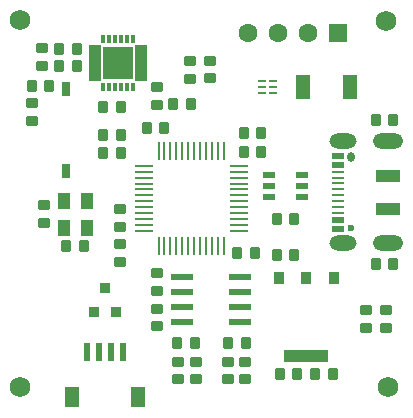
<source format=gbr>
%TF.GenerationSoftware,Altium Limited,Altium Designer,24.1.2 (44)*%
G04 Layer_Color=8388736*
%FSLAX45Y45*%
%MOMM*%
%TF.SameCoordinates,257A8DD5-596B-45CF-B8F4-21FB4E0B7711*%
%TF.FilePolarity,Negative*%
%TF.FileFunction,Soldermask,Top*%
%TF.Part,Single*%
G01*
G75*
%TA.AperFunction,SMDPad,CuDef*%
%ADD10R,0.65000X0.25000*%
%ADD11R,1.27000X2.10000*%
%ADD12R,3.81000X1.06680*%
%ADD13R,0.91440X1.06680*%
%TA.AperFunction,ConnectorPad*%
%ADD14R,1.00000X0.52000*%
%ADD15R,1.00000X0.27000*%
%ADD16R,2.00000X1.00000*%
%TA.AperFunction,SMDPad,CuDef*%
%ADD17R,0.84000X0.84000*%
%ADD18R,0.90000X0.84000*%
%ADD19R,0.80000X1.20000*%
G04:AMPARAMS|DCode=20|XSize=0.8mm|YSize=1mm|CornerRadius=0.1mm|HoleSize=0mm|Usage=FLASHONLY|Rotation=90.000|XOffset=0mm|YOffset=0mm|HoleType=Round|Shape=RoundedRectangle|*
%AMROUNDEDRECTD20*
21,1,0.80000,0.80000,0,0,90.0*
21,1,0.60000,1.00000,0,0,90.0*
1,1,0.20000,0.40000,0.30000*
1,1,0.20000,0.40000,-0.30000*
1,1,0.20000,-0.40000,-0.30000*
1,1,0.20000,-0.40000,0.30000*
%
%ADD20ROUNDEDRECTD20*%
G04:AMPARAMS|DCode=21|XSize=0.8mm|YSize=1mm|CornerRadius=0.1mm|HoleSize=0mm|Usage=FLASHONLY|Rotation=0.000|XOffset=0mm|YOffset=0mm|HoleType=Round|Shape=RoundedRectangle|*
%AMROUNDEDRECTD21*
21,1,0.80000,0.80000,0,0,0.0*
21,1,0.60000,1.00000,0,0,0.0*
1,1,0.20000,0.30000,-0.40000*
1,1,0.20000,-0.30000,-0.40000*
1,1,0.20000,-0.30000,0.40000*
1,1,0.20000,0.30000,0.40000*
%
%ADD21ROUNDEDRECTD21*%
%ADD22O,1.55000X0.25000*%
%ADD23O,0.25000X1.55000*%
%ADD24R,1.98000X0.53000*%
%ADD25R,0.35000X0.80000*%
%ADD27R,2.60000X2.70000*%
G04:AMPARAMS|DCode=28|XSize=1.3mm|YSize=1.1mm|CornerRadius=0.055mm|HoleSize=0mm|Usage=FLASHONLY|Rotation=270.000|XOffset=0mm|YOffset=0mm|HoleType=Round|Shape=RoundedRectangle|*
%AMROUNDEDRECTD28*
21,1,1.30000,0.99000,0,0,270.0*
21,1,1.19000,1.10000,0,0,270.0*
1,1,0.11000,-0.49500,-0.59500*
1,1,0.11000,-0.49500,0.59500*
1,1,0.11000,0.49500,0.59500*
1,1,0.11000,0.49500,-0.59500*
%
%ADD28ROUNDEDRECTD28*%
%ADD29R,0.97790X0.55880*%
%TA.AperFunction,ConnectorPad*%
%ADD30R,0.60000X1.55000*%
%ADD31R,1.20000X1.80000*%
%TA.AperFunction,ComponentPad*%
G04:AMPARAMS|DCode=44|XSize=1.3mm|YSize=2.3mm|CornerRadius=0.65mm|HoleSize=0mm|Usage=FLASHONLY|Rotation=90.000|XOffset=0mm|YOffset=0mm|HoleType=Round|Shape=RoundedRectangle|*
%AMROUNDEDRECTD44*
21,1,1.30000,1.00000,0,0,90.0*
21,1,0.00000,2.30000,0,0,90.0*
1,1,1.30000,0.50000,0.00000*
1,1,1.30000,0.50000,0.00000*
1,1,1.30000,-0.50000,0.00000*
1,1,1.30000,-0.50000,0.00000*
%
%ADD44ROUNDEDRECTD44*%
G04:AMPARAMS|DCode=45|XSize=1.3mm|YSize=2.6mm|CornerRadius=0.65mm|HoleSize=0mm|Usage=FLASHONLY|Rotation=90.000|XOffset=0mm|YOffset=0mm|HoleType=Round|Shape=RoundedRectangle|*
%AMROUNDEDRECTD45*
21,1,1.30000,1.30000,0,0,90.0*
21,1,0.00000,2.60000,0,0,90.0*
1,1,1.30000,0.65000,0.00000*
1,1,1.30000,0.65000,0.00000*
1,1,1.30000,-0.65000,0.00000*
1,1,1.30000,-0.65000,0.00000*
%
%ADD45ROUNDEDRECTD45*%
%ADD46C,0.60000*%
G04:AMPARAMS|DCode=47|XSize=0.85mm|YSize=0.6mm|CornerRadius=0.3mm|HoleSize=0mm|Usage=FLASHONLY|Rotation=90.000|XOffset=0mm|YOffset=0mm|HoleType=Round|Shape=RoundedRectangle|*
%AMROUNDEDRECTD47*
21,1,0.85000,0.00000,0,0,90.0*
21,1,0.25000,0.60000,0,0,90.0*
1,1,0.60000,0.00000,0.12500*
1,1,0.60000,0.00000,-0.12500*
1,1,0.60000,0.00000,-0.12500*
1,1,0.60000,0.00000,0.12500*
%
%ADD47ROUNDEDRECTD47*%
%ADD48R,1.60000X1.60000*%
%ADD49C,1.60000*%
%TA.AperFunction,SMDPad,CuDef*%
%ADD62R,1.05320X0.55320*%
%TA.AperFunction,ViaPad*%
%ADD63C,1.72720*%
D10*
X11026900Y9028900D02*
D03*
Y8978900D02*
D03*
Y8928900D02*
D03*
X11121900D02*
D03*
Y8978900D02*
D03*
Y9028900D02*
D03*
D11*
X11768200Y8978900D02*
D03*
X11371200D02*
D03*
D12*
X11403700Y6703500D02*
D03*
D13*
X11174700Y7362500D02*
D03*
X11403700D02*
D03*
X11632700D02*
D03*
D14*
X11673700Y7775500D02*
D03*
Y7850500D02*
D03*
Y8320500D02*
D03*
Y8395500D02*
D03*
D15*
Y7910500D02*
D03*
Y7960500D02*
D03*
Y8010500D02*
D03*
Y8060500D02*
D03*
Y8110500D02*
D03*
Y8160500D02*
D03*
Y8210500D02*
D03*
Y8260500D02*
D03*
D16*
X12093700Y7945500D02*
D03*
Y8225500D02*
D03*
D17*
X9605173Y7075337D02*
D03*
X9699173Y7275337D02*
D03*
D18*
X9793173Y7075337D02*
D03*
D19*
X9363700Y8263000D02*
D03*
Y8963000D02*
D03*
D20*
X9181579Y7979555D02*
D03*
Y7829555D02*
D03*
X9823700Y7795500D02*
D03*
Y7945500D02*
D03*
Y7495500D02*
D03*
Y7645500D02*
D03*
X10141200Y8975500D02*
D03*
Y8825500D02*
D03*
X11911200Y6935500D02*
D03*
Y7085500D02*
D03*
X10466200Y6650500D02*
D03*
Y6500500D02*
D03*
X10886200Y6650500D02*
D03*
Y6500500D02*
D03*
X10416200Y9048000D02*
D03*
Y9198000D02*
D03*
X9161200Y9158000D02*
D03*
Y9308000D02*
D03*
X9083700Y8840500D02*
D03*
Y8690500D02*
D03*
X10136200Y7400500D02*
D03*
Y7250500D02*
D03*
X10136200Y6950500D02*
D03*
Y7100500D02*
D03*
X12078700Y7085500D02*
D03*
Y6935500D02*
D03*
X10316200Y6500500D02*
D03*
Y6650500D02*
D03*
X10736200Y6500500D02*
D03*
Y6650500D02*
D03*
X10588700Y9200500D02*
D03*
Y9050500D02*
D03*
D21*
X9521445Y7630106D02*
D03*
X9371445D02*
D03*
X9076200Y8985500D02*
D03*
X9226200D02*
D03*
X10890306Y6807147D02*
D03*
X10740306D02*
D03*
X11301200Y7558000D02*
D03*
X11151200D02*
D03*
X11476200Y6550500D02*
D03*
X11626200D02*
D03*
X11326200D02*
D03*
X11176200D02*
D03*
X10308700Y6808000D02*
D03*
X10458700D02*
D03*
X10818700Y7575500D02*
D03*
X10968700D02*
D03*
X10051200Y8628000D02*
D03*
X10201200D02*
D03*
X10871200Y8428000D02*
D03*
X11021200D02*
D03*
X9831200Y8568000D02*
D03*
X9681200D02*
D03*
X9831200Y8418000D02*
D03*
X9681200D02*
D03*
X10871200Y8588000D02*
D03*
X11021200D02*
D03*
X9461200Y9155500D02*
D03*
X9311200D02*
D03*
X9461200Y9298000D02*
D03*
X9311200D02*
D03*
X9831200Y8810500D02*
D03*
X9681200D02*
D03*
X11989800Y7475700D02*
D03*
X12139800D02*
D03*
X11989800Y8694900D02*
D03*
X12139800D02*
D03*
X10426200Y8833000D02*
D03*
X10276200D02*
D03*
X11301600Y7856700D02*
D03*
X11151600D02*
D03*
D22*
X10024000Y8309500D02*
D03*
Y8259500D02*
D03*
Y8209500D02*
D03*
Y8159500D02*
D03*
Y8109500D02*
D03*
Y8059500D02*
D03*
Y8009500D02*
D03*
Y7959500D02*
D03*
Y7909500D02*
D03*
Y7859500D02*
D03*
Y7809500D02*
D03*
Y7759500D02*
D03*
X10829000D02*
D03*
Y7809500D02*
D03*
Y7859500D02*
D03*
Y7909500D02*
D03*
Y7959500D02*
D03*
Y8009500D02*
D03*
Y8059500D02*
D03*
Y8109500D02*
D03*
Y8159500D02*
D03*
Y8209500D02*
D03*
Y8259500D02*
D03*
Y8309500D02*
D03*
D23*
X10151500Y7632000D02*
D03*
X10201500D02*
D03*
X10251500D02*
D03*
X10301500D02*
D03*
X10351500D02*
D03*
X10401500D02*
D03*
X10451500D02*
D03*
X10501500D02*
D03*
X10551500D02*
D03*
X10601500D02*
D03*
X10651500D02*
D03*
X10701500D02*
D03*
Y8437000D02*
D03*
X10651500D02*
D03*
X10601500D02*
D03*
X10551500D02*
D03*
X10501500D02*
D03*
X10451500D02*
D03*
X10401500D02*
D03*
X10351500D02*
D03*
X10301500D02*
D03*
X10251500D02*
D03*
X10201500D02*
D03*
X10151500D02*
D03*
D24*
X10842330Y6988209D02*
D03*
Y7115209D02*
D03*
Y7242208D02*
D03*
Y7369209D02*
D03*
X10349330D02*
D03*
Y7242208D02*
D03*
Y7115209D02*
D03*
Y6988209D02*
D03*
D25*
X9933700Y9380500D02*
D03*
X9883700D02*
D03*
X9833700D02*
D03*
X9783700D02*
D03*
X9733700D02*
D03*
X9683700D02*
D03*
X9933700Y8980500D02*
D03*
X9883700D02*
D03*
X9833700D02*
D03*
X9783700D02*
D03*
X9733700D02*
D03*
X9683700D02*
D03*
D27*
X9808700Y9180500D02*
D03*
D28*
X9543800Y8014400D02*
D03*
X9353800D02*
D03*
X9543800Y7784400D02*
D03*
X9353800D02*
D03*
D29*
X11090275Y8045700D02*
D03*
Y8140700D02*
D03*
Y8235700D02*
D03*
X11363325D02*
D03*
Y8140700D02*
D03*
Y8045700D02*
D03*
D30*
X9849173Y6736275D02*
D03*
X9749173D02*
D03*
X9649173D02*
D03*
X9549173D02*
D03*
D31*
X9419173Y6348775D02*
D03*
X9979173D02*
D03*
D44*
X11711200Y7653500D02*
D03*
X11711200Y8517500D02*
D03*
D45*
X12093700Y7653500D02*
D03*
Y8517500D02*
D03*
D46*
X11783700Y7785501D02*
D03*
D47*
Y8385500D02*
D03*
D48*
X11671300Y9436100D02*
D03*
D49*
X11417300D02*
D03*
X11163300D02*
D03*
X10909300D02*
D03*
D62*
X9611200Y9305500D02*
D03*
Y9255500D02*
D03*
Y9205500D02*
D03*
Y9155500D02*
D03*
Y9105500D02*
D03*
Y9055500D02*
D03*
X10006200Y9305500D02*
D03*
Y9255500D02*
D03*
Y9205500D02*
D03*
Y9155500D02*
D03*
Y9105500D02*
D03*
Y9055500D02*
D03*
D63*
X12077500Y9533100D02*
D03*
X8978700Y9545800D02*
D03*
Y6434300D02*
D03*
X12090200D02*
D03*
%TF.MD5,3d5c977ab95b57e86a45e7ffa356f248*%
M02*

</source>
